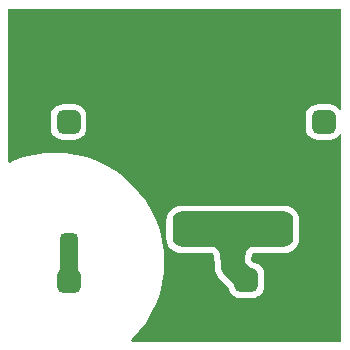
<source format=gtl>
%FSLAX25Y25*%
%MOIN*%
G70*
G01*
G75*
G04 Layer_Physical_Order=1*
G04 Layer_Color=255*
G04:AMPARAMS|DCode=10|XSize=59.06mil|YSize=118.11mil|CornerRadius=14.76mil|HoleSize=0mil|Usage=FLASHONLY|Rotation=180.000|XOffset=0mil|YOffset=0mil|HoleType=Round|Shape=RoundedRectangle|*
%AMROUNDEDRECTD10*
21,1,0.05906,0.08858,0,0,180.0*
21,1,0.02953,0.11811,0,0,180.0*
1,1,0.02953,-0.01476,0.04429*
1,1,0.02953,0.01476,0.04429*
1,1,0.02953,0.01476,-0.04429*
1,1,0.02953,-0.01476,-0.04429*
%
%ADD10ROUNDEDRECTD10*%
G04:AMPARAMS|DCode=11|XSize=393.7mil|YSize=393.7mil|CornerRadius=98.43mil|HoleSize=0mil|Usage=FLASHONLY|Rotation=0.000|XOffset=0mil|YOffset=0mil|HoleType=Round|Shape=RoundedRectangle|*
%AMROUNDEDRECTD11*
21,1,0.39370,0.19685,0,0,0.0*
21,1,0.19685,0.39370,0,0,0.0*
1,1,0.19685,0.09843,-0.09843*
1,1,0.19685,-0.09843,-0.09843*
1,1,0.19685,-0.09843,0.09843*
1,1,0.19685,0.09843,0.09843*
%
%ADD11ROUNDEDRECTD11*%
G04:AMPARAMS|DCode=12|XSize=401.58mil|YSize=118.11mil|CornerRadius=29.53mil|HoleSize=0mil|Usage=FLASHONLY|Rotation=0.000|XOffset=0mil|YOffset=0mil|HoleType=Round|Shape=RoundedRectangle|*
%AMROUNDEDRECTD12*
21,1,0.40158,0.05906,0,0,0.0*
21,1,0.34252,0.11811,0,0,0.0*
1,1,0.05906,0.17126,-0.02953*
1,1,0.05906,-0.17126,-0.02953*
1,1,0.05906,-0.17126,0.02953*
1,1,0.05906,0.17126,0.02953*
%
%ADD12ROUNDEDRECTD12*%
%ADD13C,0.05906*%
%ADD14C,0.07874*%
G04:AMPARAMS|DCode=15|XSize=78.74mil|YSize=78.74mil|CornerRadius=19.69mil|HoleSize=0mil|Usage=FLASHONLY|Rotation=0.000|XOffset=0mil|YOffset=0mil|HoleType=Round|Shape=RoundedRectangle|*
%AMROUNDEDRECTD15*
21,1,0.07874,0.03937,0,0,0.0*
21,1,0.03937,0.07874,0,0,0.0*
1,1,0.03937,0.01969,-0.01969*
1,1,0.03937,-0.01969,-0.01969*
1,1,0.03937,-0.01969,0.01969*
1,1,0.03937,0.01969,0.01969*
%
%ADD15ROUNDEDRECTD15*%
G04:AMPARAMS|DCode=16|XSize=86.61mil|YSize=86.61mil|CornerRadius=21.65mil|HoleSize=0mil|Usage=FLASHONLY|Rotation=90.000|XOffset=0mil|YOffset=0mil|HoleType=Round|Shape=RoundedRectangle|*
%AMROUNDEDRECTD16*
21,1,0.08661,0.04331,0,0,90.0*
21,1,0.04331,0.08661,0,0,90.0*
1,1,0.04331,0.02165,0.02165*
1,1,0.04331,0.02165,-0.02165*
1,1,0.04331,-0.02165,-0.02165*
1,1,0.04331,-0.02165,0.02165*
%
%ADD16ROUNDEDRECTD16*%
G04:AMPARAMS|DCode=17|XSize=86.61mil|YSize=86.61mil|CornerRadius=21.65mil|HoleSize=0mil|Usage=FLASHONLY|Rotation=0.000|XOffset=0mil|YOffset=0mil|HoleType=Round|Shape=RoundedRectangle|*
%AMROUNDEDRECTD17*
21,1,0.08661,0.04331,0,0,0.0*
21,1,0.04331,0.08661,0,0,0.0*
1,1,0.04331,0.02165,-0.02165*
1,1,0.04331,-0.02165,-0.02165*
1,1,0.04331,-0.02165,0.02165*
1,1,0.04331,0.02165,0.02165*
%
%ADD17ROUNDEDRECTD17*%
%ADD18C,0.01575*%
G36*
X111024Y77283D02*
X110526Y77179D01*
X109895Y78001D01*
X109072Y78632D01*
X108114Y79029D01*
X107087Y79164D01*
X103150D01*
X102122Y79029D01*
X101164Y78632D01*
X100342Y78001D01*
X99711Y77179D01*
X99314Y76221D01*
X99179Y75193D01*
Y71256D01*
X99314Y70228D01*
X99711Y69270D01*
X100342Y68448D01*
X101164Y67817D01*
X102122Y67420D01*
X103150Y67285D01*
X107087D01*
X108114Y67420D01*
X109072Y67817D01*
X109895Y68448D01*
X110526Y69270D01*
X111024Y69166D01*
Y-0D01*
X41058D01*
X40878Y466D01*
X41316Y863D01*
X43715Y3510D01*
X45842Y6379D01*
X47679Y9442D01*
X49206Y12671D01*
X50409Y16034D01*
X51277Y19499D01*
X51801Y23032D01*
X51976Y26600D01*
X51801Y30167D01*
X51277Y33701D01*
X50409Y37165D01*
X49206Y40529D01*
X47679Y43758D01*
X45842Y46821D01*
X43715Y49690D01*
X41316Y52337D01*
X38669Y54735D01*
X35800Y56863D01*
X32737Y58700D01*
X29508Y60227D01*
X26145Y61430D01*
X22680Y62298D01*
X19147Y62822D01*
X15579Y62997D01*
X12011Y62822D01*
X8478Y62298D01*
X5013Y61430D01*
X1650Y60227D01*
X422Y59646D01*
X-0Y59913D01*
Y111024D01*
X111024D01*
Y77283D01*
D02*
G37*
%LPC*%
G36*
X91929Y45318D02*
X57677D01*
X56392Y45149D01*
X55195Y44653D01*
X54167Y43864D01*
X53378Y42836D01*
X52883Y41639D01*
X52713Y40354D01*
Y34449D01*
X52883Y33164D01*
X53378Y31967D01*
X54167Y30939D01*
X55195Y30150D01*
X56392Y29654D01*
X57677Y29485D01*
X68176D01*
X68216Y29430D01*
X68358Y29134D01*
X68515Y28647D01*
X68649Y28011D01*
X68836Y26117D01*
X68859Y24959D01*
X68884Y24847D01*
X68983Y23842D01*
X69321Y22729D01*
X69869Y21703D01*
X70607Y20804D01*
X73465Y17946D01*
X73527Y17476D01*
X73923Y16518D01*
X74554Y15696D01*
X75377Y15065D01*
X76334Y14668D01*
X77362Y14533D01*
X81299D01*
X82327Y14668D01*
X83285Y15065D01*
X84107Y15696D01*
X84738Y16518D01*
X85135Y17476D01*
X85270Y18504D01*
Y22441D01*
X85135Y23469D01*
X84738Y24426D01*
X84107Y25249D01*
X83285Y25880D01*
X82327Y26277D01*
X81857Y26338D01*
X80865Y27330D01*
X80950Y27979D01*
X81091Y28647D01*
X81248Y29134D01*
X81390Y29430D01*
X81430Y29485D01*
X91929D01*
X93214Y29654D01*
X94411Y30150D01*
X95439Y30939D01*
X96228Y31967D01*
X96724Y33164D01*
X96893Y34449D01*
Y40354D01*
X96724Y41639D01*
X96228Y42836D01*
X95439Y43864D01*
X94411Y44653D01*
X93214Y45149D01*
X91929Y45318D01*
D02*
G37*
G36*
X22047Y79168D02*
X18110D01*
X17083Y79032D01*
X16125Y78636D01*
X15302Y78005D01*
X14671Y77182D01*
X14275Y76225D01*
X14139Y75197D01*
Y71260D01*
X14275Y70232D01*
X14671Y69274D01*
X15302Y68452D01*
X16125Y67821D01*
X17083Y67424D01*
X18110Y67289D01*
X22047D01*
X23075Y67424D01*
X24033Y67821D01*
X24855Y68452D01*
X25486Y69274D01*
X25883Y70232D01*
X26018Y71260D01*
Y75197D01*
X25883Y76225D01*
X25486Y77182D01*
X24855Y78005D01*
X24033Y78636D01*
X23075Y79032D01*
X22047Y79168D01*
D02*
G37*
%LPD*%
G36*
X80811Y31441D02*
X80376Y31246D01*
X79993Y30920D01*
X79661Y30465D01*
X79379Y29879D01*
X79149Y29164D01*
X78970Y28318D01*
X78842Y27342D01*
X78766Y26236D01*
X78740Y25000D01*
X70866D01*
X70841Y26236D01*
X70636Y28318D01*
X70457Y29164D01*
X70227Y29879D01*
X69946Y30465D01*
X69613Y30920D01*
X69230Y31246D01*
X68795Y31441D01*
X68309Y31506D01*
X81297D01*
X80811Y31441D01*
D02*
G37*
D10*
X20079Y30315D02*
D03*
D11*
X74016Y72835D02*
D03*
D12*
X74803Y37402D02*
D03*
D13*
X20079Y20079D02*
Y30315D01*
D14*
X74803Y25000D02*
Y37402D01*
Y25000D02*
X79331Y20472D01*
D15*
X102362Y20472D02*
D03*
X20079Y20079D02*
D03*
X79331Y20472D02*
D03*
X20079Y73228D02*
D03*
X105118Y73225D02*
D03*
D16*
X42913Y100984D02*
D03*
X105118D02*
D03*
D17*
Y40945D02*
D03*
D18*
X109055Y21654D02*
D03*
Y18898D02*
D03*
Y16142D02*
D03*
Y13386D02*
D03*
X106299D02*
D03*
X103543D02*
D03*
X100787D02*
D03*
X98032D02*
D03*
X95276D02*
D03*
Y16142D02*
D03*
Y18898D02*
D03*
X92126Y46457D02*
D03*
X103150Y48031D02*
D03*
X101181Y50000D02*
D03*
X99606Y52362D02*
D03*
X98032Y54724D02*
D03*
X95669Y29921D02*
D03*
X95276Y27165D02*
D03*
Y24409D02*
D03*
Y21654D02*
D03*
X103937Y33465D02*
D03*
X105905Y31496D02*
D03*
X107874Y29528D02*
D03*
X109055Y27165D02*
D03*
Y24409D02*
D03*
X96457Y57087D02*
D03*
Y59842D02*
D03*
Y62598D02*
D03*
Y65354D02*
D03*
Y68110D02*
D03*
Y70866D02*
D03*
Y73622D02*
D03*
Y76378D02*
D03*
Y79134D02*
D03*
Y81890D02*
D03*
Y84646D02*
D03*
Y87402D02*
D03*
Y90158D02*
D03*
Y92913D02*
D03*
Y95669D02*
D03*
X93307D02*
D03*
X90551D02*
D03*
X87795D02*
D03*
X85039D02*
D03*
X82284D02*
D03*
X79528D02*
D03*
X76772D02*
D03*
X74016D02*
D03*
X71260D02*
D03*
X68504D02*
D03*
X65748D02*
D03*
X62992D02*
D03*
X60236D02*
D03*
X57480D02*
D03*
X54724D02*
D03*
X51968Y95276D02*
D03*
X90158Y48425D02*
D03*
X87402Y49606D02*
D03*
X84646D02*
D03*
X81890D02*
D03*
X79134D02*
D03*
X76378D02*
D03*
X73622D02*
D03*
X70866D02*
D03*
X68110D02*
D03*
X65354D02*
D03*
X62598D02*
D03*
X59842D02*
D03*
X57087D02*
D03*
X54331D02*
D03*
X51575Y51181D02*
D03*
Y53937D02*
D03*
Y56693D02*
D03*
Y59449D02*
D03*
Y62205D02*
D03*
Y64961D02*
D03*
Y67716D02*
D03*
Y70472D02*
D03*
Y73228D02*
D03*
Y75984D02*
D03*
Y78740D02*
D03*
Y81496D02*
D03*
Y84252D02*
D03*
Y87008D02*
D03*
Y89764D02*
D03*
Y92520D02*
D03*
M02*

</source>
